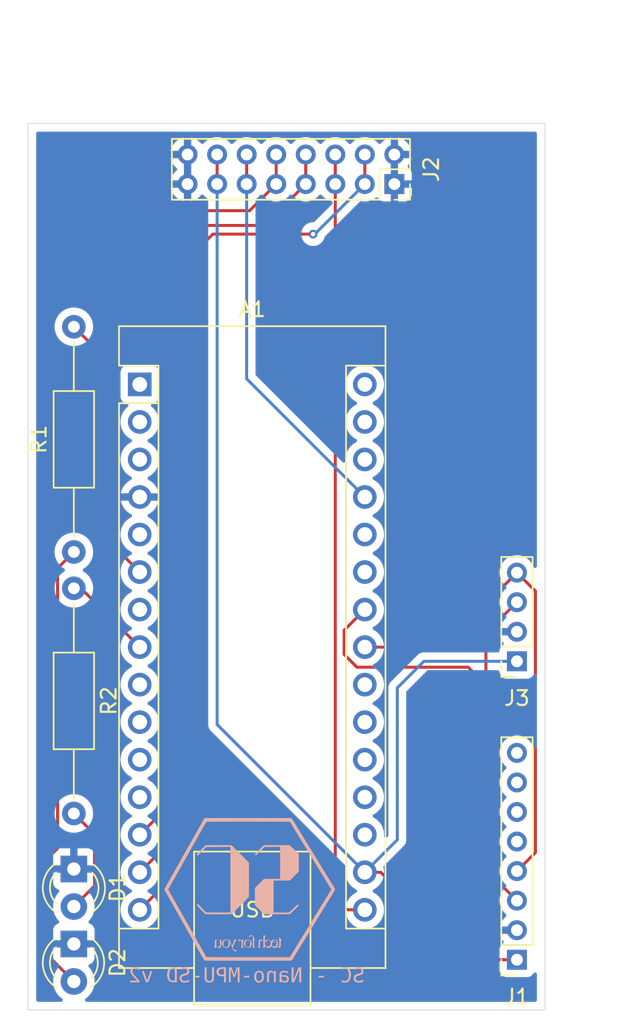
<source format=kicad_pcb>
(kicad_pcb (version 20240108) (generator "pcbnew") (generator_version "8.0")
  (layers (0 "F.Cu" signal) (31 "B.Cu" signal) (34 "B.Paste" user) (35 "F.Paste" user) (36 "B.SilkS" user "B.Silkscreen") (37 "F.SilkS" user "F.Silkscreen") (38 "B.Mask" user) (39 "F.Mask" user) (44 "Edge.Cuts" user))
  (net 0 "")
  (net 1 "Net-(A1-D10)")
  (net 3 "Net-(A1-D11)")
  (net 7 "Net-(A1-D3)")
  (net 12 "GND")
  (net 13 "+3.3V")
  (net 15 "Net-(A1-D13)")
  (net 18 "+5V")
  (net 24 "Net-(A1-A5)")
  (net 25 "Net-(A1-D5)")
  (net 28 "Net-(A1-A4)")
  (net 30 "Net-(A1-D12)")
  (net 31 "Net-(D1-A)")
  (net 32 "Net-(D2-A)")
  (footprint "Resistor_THT:R_Axial_DIN0207_L6.3mm_D2.5mm_P15.24mm_Horizontal" (layer "F.Cu") (at 53.1 81.46 -90)
    (property "Reference" "R2" (at 7.62 -2.37 90) (layer "F.SilkS"))
    (property "Value" "R")
    (pad "1" thru_hole circle (at 0 0 270) (size 1.6 1.6) (drill 0.8) (layers "*.Cu" "*.Mask") (net 25 "Net-(A1-D5)"))
    (pad "2" thru_hole oval (at 15.24 0 270) (size 1.6 1.6) (drill 0.8) (layers "*.Cu" "*.Mask") (net 31 "Net-(D1-A)"))
  )
  (footprint "LED_THT:LED_D3.0mm_Clear" (layer "F.Cu") (at 53.1 105.53 -90)
    (property "Reference" "D2" (at 1.27 -2.96 90) (layer "F.SilkS"))
    (property "Value" "LED")
    (pad "1" thru_hole rect (at 0 0 270) (size 1.8 1.8) (drill 0.9) (layers "*.Cu" "*.Mask") (net 12 "GND"))
    (pad "2" thru_hole circle (at 2.54 0 270) (size 1.8 1.8) (drill 0.9) (layers "*.Cu" "*.Mask") (net 32 "Net-(D2-A)"))
  )
  (footprint "Connector_PinSocket_2.00mm:PinSocket_2x08_P2.00mm_Vertical" (layer "F.Cu") (at 74.8 54.1 -90)
    (property "Reference" "J2" (at -1 -2.5 90) (layer "F.SilkS"))
    (property "Value" "DIN41612_02x08_AB_EvenPins")
    (pad "1" thru_hole rect (at 0 0 270) (size 1.35 1.35) (drill 0.8) (layers "*.Cu" "*.Mask") (net 12 "GND"))
    (pad "2" thru_hole oval (at -2 0 270) (size 1.35 1.35) (drill 0.8) (layers "*.Cu" "*.Mask") (net 12 "GND"))
    (pad "3" thru_hole oval (at 0 2 270) (size 1.35 1.35) (drill 0.8) (layers "*.Cu" "*.Mask") (net 30 "Net-(A1-D12)"))
    (pad "4" thru_hole oval (at -2 2 270) (size 1.35 1.35) (drill 0.8) (layers "*.Cu" "*.Mask") (net 30 "Net-(A1-D12)"))
    (pad "5" thru_hole oval (at 0 4 270) (size 1.35 1.35) (drill 0.8) (layers "*.Cu" "*.Mask") (net 15 "Net-(A1-D13)"))
    (pad "6" thru_hole oval (at -2 4 270) (size 1.35 1.35) (drill 0.8) (layers "*.Cu" "*.Mask") (net 15 "Net-(A1-D13)"))
    (pad "7" thru_hole oval (at 0 6 270) (size 1.35 1.35) (drill 0.8) (layers "*.Cu" "*.Mask") (net 3 "Net-(A1-D11)"))
    (pad "8" thru_hole oval (at -2 6 270) (size 1.35 1.35) (drill 0.8) (layers "*.Cu" "*.Mask") (net 3 "Net-(A1-D11)"))
    (pad "9" thru_hole oval (at 0 8 270) (size 1.35 1.35) (drill 0.8) (layers "*.Cu" "*.Mask") (net 1 "Net-(A1-D10)"))
    (pad "10" thru_hole oval (at -2 8 270) (size 1.35 1.35) (drill 0.8) (layers "*.Cu" "*.Mask") (net 1 "Net-(A1-D10)"))
    (pad "11" thru_hole oval (at 0 10 270) (size 1.35 1.35) (drill 0.8) (layers "*.Cu" "*.Mask") (net 18 "+5V"))
    (pad "12" thru_hole oval (at -2 10 270) (size 1.35 1.35) (drill 0.8) (layers "*.Cu" "*.Mask") (net 18 "+5V"))
    (pad "13" thru_hole oval (at 0 12 270) (size 1.35 1.35) (drill 0.8) (layers "*.Cu" "*.Mask") (net 13 "+3.3V"))
    (pad "14" thru_hole oval (at -2 12 270) (size 1.35 1.35) (drill 0.8) (layers "*.Cu" "*.Mask") (net 13 "+3.3V"))
    (pad "15" thru_hole oval (at 0 14 270) (size 1.35 1.35) (drill 0.8) (layers "*.Cu" "*.Mask") (net 12 "GND"))
    (pad "16" thru_hole oval (at -2 14 270) (size 1.35 1.35) (drill 0.8) (layers "*.Cu" "*.Mask") (net 12 "GND"))
  )
  (footprint "Module:Arduino_Nano" (layer "F.Cu") (at 57.56 67.66)
    (property "Reference" "A1" (at 7.62 -5.08 0) (layer "F.SilkS"))
    (property "Value" "Arduino_Nano_v2.x")
    (fp_text user "USB" (at 7.62 35.56 0) (layer "F.SilkS"))
    (pad "1" thru_hole rect (at 0 0) (size 1.6 1.6) (drill 1) (layers "*.Cu" "*.Mask"))
    (pad "2" thru_hole oval (at 0 2.54) (size 1.6 1.6) (drill 1) (layers "*.Cu" "*.Mask"))
    (pad "3" thru_hole oval (at 0 5.08) (size 1.6 1.6) (drill 1) (layers "*.Cu" "*.Mask"))
    (pad "4" thru_hole oval (at 0 7.62) (size 1.6 1.6) (drill 1) (layers "*.Cu" "*.Mask") (net 12 "GND"))
    (pad "5" thru_hole oval (at 0 10.16) (size 1.6 1.6) (drill 1) (layers "*.Cu" "*.Mask"))
    (pad "6" thru_hole oval (at 0 12.7) (size 1.6 1.6) (drill 1) (layers "*.Cu" "*.Mask") (net 7 "Net-(A1-D3)"))
    (pad "7" thru_hole oval (at 0 15.24) (size 1.6 1.6) (drill 1) (layers "*.Cu" "*.Mask"))
    (pad "8" thru_hole oval (at 0 17.78) (size 1.6 1.6) (drill 1) (layers "*.Cu" "*.Mask") (net 25 "Net-(A1-D5)"))
    (pad "9" thru_hole oval (at 0 20.32) (size 1.6 1.6) (drill 1) (layers "*.Cu" "*.Mask"))
    (pad "10" thru_hole oval (at 0 22.86) (size 1.6 1.6) (drill 1) (layers "*.Cu" "*.Mask"))
    (pad "11" thru_hole oval (at 0 25.4) (size 1.6 1.6) (drill 1) (layers "*.Cu" "*.Mask"))
    (pad "12" thru_hole oval (at 0 27.94) (size 1.6 1.6) (drill 1) (layers "*.Cu" "*.Mask"))
    (pad "13" thru_hole oval (at 0 30.48) (size 1.6 1.6) (drill 1) (layers "*.Cu" "*.Mask") (net 1 "Net-(A1-D10)"))
    (pad "14" thru_hole oval (at 0 33.02) (size 1.6 1.6) (drill 1) (layers "*.Cu" "*.Mask") (net 3 "Net-(A1-D11)"))
    (pad "15" thru_hole oval (at 0 35.56) (size 1.6 1.6) (drill 1) (layers "*.Cu" "*.Mask") (net 30 "Net-(A1-D12)"))
    (pad "16" thru_hole oval (at 15.24 35.56) (size 1.6 1.6) (drill 1) (layers "*.Cu" "*.Mask") (net 15 "Net-(A1-D13)"))
    (pad "17" thru_hole oval (at 15.24 33.02) (size 1.6 1.6) (drill 1) (layers "*.Cu" "*.Mask") (net 13 "+3.3V"))
    (pad "18" thru_hole oval (at 15.24 30.48) (size 1.6 1.6) (drill 1) (layers "*.Cu" "*.Mask"))
    (pad "19" thru_hole oval (at 15.24 27.94) (size 1.6 1.6) (drill 1) (layers "*.Cu" "*.Mask"))
    (pad "20" thru_hole oval (at 15.24 25.4) (size 1.6 1.6) (drill 1) (layers "*.Cu" "*.Mask"))
    (pad "21" thru_hole oval (at 15.24 22.86) (size 1.6 1.6) (drill 1) (layers "*.Cu" "*.Mask"))
    (pad "22" thru_hole oval (at 15.24 20.32) (size 1.6 1.6) (drill 1) (layers "*.Cu" "*.Mask"))
    (pad "23" thru_hole oval (at 15.24 17.78) (size 1.6 1.6) (drill 1) (layers "*.Cu" "*.Mask") (net 28 "Net-(A1-A4)"))
    (pad "24" thru_hole oval (at 15.24 15.24) (size 1.6 1.6) (drill 1) (layers "*.Cu" "*.Mask") (net 24 "Net-(A1-A5)"))
    (pad "25" thru_hole oval (at 15.24 12.7) (size 1.6 1.6) (drill 1) (layers "*.Cu" "*.Mask"))
    (pad "26" thru_hole oval (at 15.24 10.16) (size 1.6 1.6) (drill 1) (layers "*.Cu" "*.Mask"))
    (pad "27" thru_hole oval (at 15.24 7.62) (size 1.6 1.6) (drill 1) (layers "*.Cu" "*.Mask") (net 18 "+5V"))
    (pad "28" thru_hole oval (at 15.24 5.08) (size 1.6 1.6) (drill 1) (layers "*.Cu" "*.Mask"))
    (pad "29" thru_hole oval (at 15.24 2.54) (size 1.6 1.6) (drill 1) (layers "*.Cu" "*.Mask"))
    (pad "30" thru_hole oval (at 15.24 0) (size 1.6 1.6) (drill 1) (layers "*.Cu" "*.Mask"))
  )
  (footprint "Connector_PinSocket_2.00mm:PinSocket_1x04_P2.00mm_Vertical" (layer "F.Cu") (at 83.1 86.4 180)
    (property "Reference" "J3" (at 0 -2.5 0) (layer "F.SilkS"))
    (property "Value" "Conn_01x04_Socket")
    (pad "1" thru_hole rect (at 0 0 180) (size 1.35 1.35) (drill 0.8) (layers "*.Cu" "*.Mask") (net 13 "+3.3V"))
    (pad "2" thru_hole oval (at 0 2 180) (size 1.35 1.35) (drill 0.8) (layers "*.Cu" "*.Mask") (net 12 "GND"))
    (pad "3" thru_hole oval (at 0 4 180) (size 1.35 1.35) (drill 0.8) (layers "*.Cu" "*.Mask") (net 24 "Net-(A1-A5)"))
    (pad "4" thru_hole oval (at 0 6 180) (size 1.35 1.35) (drill 0.8) (layers "*.Cu" "*.Mask") (net 28 "Net-(A1-A4)"))
  )
  (footprint "LED_THT:LED_D3.0mm_Clear" (layer "F.Cu") (at 53.1 100.46 -90)
    (property "Reference" "D1" (at 1.27 -2.96 90) (layer "F.SilkS"))
    (property "Value" "LED")
    (pad "1" thru_hole rect (at 0 0 270) (size 1.8 1.8) (drill 0.9) (layers "*.Cu" "*.Mask") (net 12 "GND"))
    (pad "2" thru_hole circle (at 2.54 0 270) (size 1.8 1.8) (drill 0.9) (layers "*.Cu" "*.Mask") (net 31 "Net-(D1-A)"))
  )
  (footprint "Connector_PinSocket_2.00mm:PinSocket_1x08_P2.00mm_Vertical" (layer "F.Cu") (at 83.1 106.6 180)
    (property "Reference" "J1" (at 0 -2.5 0) (layer "F.SilkS"))
    (property "Value" "Conn_01x08_Socket")
    (pad "1" thru_hole rect (at 0 0 180) (size 1.35 1.35) (drill 0.8) (layers "*.Cu" "*.Mask") (net 13 "+3.3V"))
    (pad "2" thru_hole oval (at 0 2 180) (size 1.35 1.35) (drill 0.8) (layers "*.Cu" "*.Mask") (net 12 "GND"))
    (pad "3" thru_hole oval (at 0 4 180) (size 1.35 1.35) (drill 0.8) (layers "*.Cu" "*.Mask") (net 24 "Net-(A1-A5)"))
    (pad "4" thru_hole oval (at 0 6 180) (size 1.35 1.35) (drill 0.8) (layers "*.Cu" "*.Mask") (net 28 "Net-(A1-A4)"))
    (pad "5" thru_hole oval (at 0 8 180) (size 1.35 1.35) (drill 0.8) (layers "*.Cu" "*.Mask"))
    (pad "6" thru_hole oval (at 0 10 180) (size 1.35 1.35) (drill 0.8) (layers "*.Cu" "*.Mask"))
    (pad "7" thru_hole oval (at 0 12 180) (size 1.35 1.35) (drill 0.8) (layers "*.Cu" "*.Mask"))
    (pad "8" thru_hole oval (at 0 14 180) (size 1.35 1.35) (drill 0.8) (layers "*.Cu" "*.Mask"))
  )
  (footprint "Resistor_THT:R_Axial_DIN0207_L6.3mm_D2.5mm_P15.24mm_Horizontal" (layer "F.Cu") (at 53.1 79 90)
    (property "Reference" "R1" (at 7.62 -2.37 90) (layer "F.SilkS"))
    (property "Value" "R")
    (pad "1" thru_hole circle (at 0 0 90) (size 1.6 1.6) (drill 0.8) (layers "*.Cu" "*.Mask") (net 32 "Net-(D2-A)"))
    (pad "2" thru_hole oval (at 15.24 0 90) (size 1.6 1.6) (drill 0.8) (layers "*.Cu" "*.Mask") (net 7 "Net-(A1-D3)"))
  )
  (footprint "LOGO" (layer "B.Cu") (at 65 101.7 180)
    (property "Reference" "G***" (hide yes))
    (property "Value" "LOGO" (hide yes))
  )
  (gr_rect (start 50 50) (end 85 110) (stroke (width 0.05)) (fill none) (layer "Edge.Cuts"))
  (gr_text "SC - Nano-MPU-SD v2" (at 72.8 108.3 0) (layer "B.SilkS") (effects (font (size 1 1) (thickness 0.1)) (justify left bottom mirror)))
  (segment (start 61.3 55.9) (end 60 57.2) (width 0.2) (layer "F.Cu") (net 1))
  (segment (start 60 57.2) (end 60 95.7) (width 0.2) (layer "F.Cu") (net 1))
  (segment (start 65 55.9) (end 61.3 55.9) (width 0.2) (layer "F.Cu") (net 1))
  (segment (start 60 95.7) (end 57.56 98.14) (width 0.2) (layer "F.Cu") (net 1))
  (segment (start 66.8 52.1) (end 66.8 54.1) (width 0.2) (layer "F.Cu") (net 1))
  (segment (start 66.8 54.1) (end 65 55.9) (width 0.2) (layer "F.Cu") (net 1))
  (segment (start 62.1 56.9) (end 61 58) (width 0.2) (layer "F.Cu") (net 3))
  (segment (start 68.8 54.1) (end 66 56.9) (width 0.2) (layer "F.Cu") (net 3))
  (segment (start 61 97.24) (end 61 58) (width 0.2) (layer "F.Cu") (net 3))
  (segment (start 68.8 52.1) (end 68.8 54.1) (width 0.2) (layer "F.Cu") (net 3))
  (segment (start 57.56 100.68) (end 61 97.24) (width 0.2) (layer "F.Cu") (net 3))
  (segment (start 66 56.9) (end 62.1 56.9) (width 0.2) (layer "F.Cu") (net 3))
  (segment (start 53.1 63.76) (end 55.4 66.06) (width 0.2) (layer "F.Cu") (net 7))
  (segment (start 55.4 66.06) (end 55.4 66.8) (width 0.2) (layer "F.Cu") (net 7))
  (segment (start 55.4 78.2) (end 55.4 66.8) (width 0.2) (layer "F.Cu") (net 7))
  (segment (start 57.56 80.36) (end 55.4 78.2) (width 0.2) (layer "F.Cu") (net 7))
  (segment (start 74.2 106.1) (end 74.7 106.6) (width 0.2) (layer "F.Cu") (net 13))
  (segment (start 74.2 101) (end 74.2 106.1) (width 0.2) (layer "F.Cu") (net 13))
  (segment (start 62.8 52.1) (end 62.8 54.1) (width 0.2) (layer "F.Cu") (net 13))
  (segment (start 72.8 100.68) (end 73.88 100.68) (width 0.2) (layer "F.Cu") (net 13))
  (segment (start 74.7 106.6) (end 83.1 106.6) (width 0.2) (layer "F.Cu") (net 13))
  (segment (start 73.88 100.68) (end 74.2 101) (width 0.2) (layer "F.Cu") (net 13))
  (segment (start 72.8 100.68) (end 75 98.48) (width 0.2) (layer "B.Cu") (net 13))
  (segment (start 62.8 90.68) (end 72.8 100.68) (width 0.2) (layer "B.Cu") (net 13))
  (segment (start 62.8 54.1) (end 62.8 90.68) (width 0.2) (layer "B.Cu") (net 13))
  (segment (start 75 98.48) (end 75 88.2) (width 0.2) (layer "B.Cu") (net 13))
  (segment (start 76.8 86.4) (end 75 88.2) (width 0.2) (layer "B.Cu") (net 13))
  (segment (start 83.1 86.4) (end 76.8 86.4) (width 0.2) (layer "B.Cu") (net 13))
  (segment (start 70.8 102.4) (end 71.62 103.22) (width 0.2) (layer "F.Cu") (net 15))
  (segment (start 70.8 54.1) (end 70.8 102.4) (width 0.2) (layer "F.Cu") (net 15))
  (segment (start 70.8 52.1) (end 70.8 54.1) (width 0.2) (layer "F.Cu") (net 15))
  (segment (start 72.8 103.22) (end 71.62 103.22) (width 0.2) (layer "F.Cu") (net 15))
  (segment (start 64.8 52.1) (end 64.8 54.1) (width 0.2) (layer "F.Cu") (net 18))
  (segment (start 64.8 54.1) (end 64.8 67.28) (width 0.2) (layer "B.Cu") (net 18))
  (segment (start 64.8 67.28) (end 72.8 75.28) (width 0.2) (layer "B.Cu") (net 18))
  (segment (start 83.1 102.6) (end 81 100.5) (width 0.2) (layer "F.Cu") (net 24))
  (segment (start 81 100.5) (end 81 88) (width 0.2) (layer "F.Cu") (net 24))
  (segment (start 71.4 84.3) (end 71.4 85.8) (width 0.2) (layer "F.Cu") (net 24))
  (segment (start 72.264365 86.8) (end 79.8 86.8) (width 0.2) (layer "F.Cu") (net 24))
  (segment (start 81 84.5) (end 81 88) (width 0.2) (layer "F.Cu") (net 24))
  (segment (start 71.4 85.935635) (end 71.4 85.8) (width 0.2) (layer "F.Cu") (net 24))
  (segment (start 72.264365 86.8) (end 71.4 85.935635) (width 0.2) (layer "F.Cu") (net 24))
  (segment (start 72.8 82.9) (end 71.7 84) (width 0.2) (layer "F.Cu") (net 24))
  (segment (start 79.8 86.8) (end 81 88) (width 0.2) (layer "F.Cu") (net 24))
  (segment (start 71.7 84) (end 71.4 84.3) (width 0.2) (layer "F.Cu") (net 24))
  (segment (start 71.7 86.235635) (end 72.264365 86.8) (width 0.2) (layer "F.Cu") (net 24))
  (segment (start 83.1 82.4) (end 81 84.5) (width 0.2) (layer "F.Cu") (net 24))
  (segment (start 53.58 81.46) (end 53.1 81.46) (width 0.2) (layer "F.Cu") (net 25))
  (segment (start 57.56 85.44) (end 53.58 81.46) (width 0.2) (layer "F.Cu") (net 25))
  (segment (start 78.06 85.44) (end 72.8 85.44) (width 0.2) (layer "F.Cu") (net 28))
  (segment (start 83.1 100.6) (end 84.35 99.35) (width 0.2) (layer "F.Cu") (net 28))
  (segment (start 84.35 81.65) (end 83.1 80.4) (width 0.2) (layer "F.Cu") (net 28))
  (segment (start 84.35 99.35) (end 84.35 81.65) (width 0.2) (layer "F.Cu") (net 28))
  (segment (start 83.1 80.4) (end 78.06 85.44) (width 0.2) (layer "F.Cu") (net 28))
  (segment (start 61.6 99.18) (end 61.6 58.4) (width 0.2) (layer "F.Cu") (net 30))
  (segment (start 62.51307 57.48693) (end 69.3 57.48693) (width 0.2) (layer "F.Cu") (net 30))
  (segment (start 57.56 103.22) (end 61.6 99.18) (width 0.2) (layer "F.Cu") (net 30))
  (segment (start 61.6 58.4) (end 62.51307 57.48693) (width 0.2) (layer "F.Cu") (net 30))
  (segment (start 72.8 52.1) (end 72.8 54.1) (width 0.2) (layer "F.Cu") (net 30))
  (via (at 69.3 57.48693) (size 0.6) (drill 0.3) (layers "F.Cu" "B.Cu") (net 30))
  (segment (start 72.8 54.1) (end 69.41307 57.48693) (width 0.2) (layer "B.Cu") (net 30))
  (segment (start 69.41307 57.48693) (end 69.3 57.48693) (width 0.2) (layer "B.Cu") (net 30))
  (segment (start 54.5 101.6) (end 54.5 100.6) (width 0.2) (layer "F.Cu") (net 31))
  (segment (start 53.1 103) (end 54.5 101.6) (width 0.2) (layer "F.Cu") (net 31))
  (segment (start 53.1 96.7) (end 54.5 98.1) (width 0.2) (layer "F.Cu") (net 31))
  (segment (start 54.5 98.1) (end 54.5 100.6) (width 0.2) (layer "F.Cu") (net 31))
  (segment (start 50.7 105.67) (end 50.7 104.7) (width 0.2) (layer "F.Cu") (net 32))
  (segment (start 52 99.06) (end 50.7 100.36) (width 0.2) (layer "F.Cu") (net 32))
  (segment (start 50.7 100.36) (end 50.7 104.7) (width 0.2) (layer "F.Cu") (net 32))
  (segment (start 53.1 79) (end 52 80.1) (width 0.2) (layer "F.Cu") (net 32))
  (segment (start 52 80.1) (end 52 99.06) (width 0.2) (layer "F.Cu") (net 32))
  (segment (start 53.1 108.07) (end 50.7 105.67) (width 0.2) (layer "F.Cu") (net 32))
  (zone (net 12) (net_name "GND") (layer "B.Cu") (connect_pads (clearance 0.5)) (min_thickness 0.25) (fill yes (thermal_gap 0.5) (thermal_bridge_width 0.5))
    (polygon (pts (xy 85.5 110.4) (xy 86 49.1) (xy 48.9 48.8) (xy 48.1 110.9)))
  )
)
</source>
